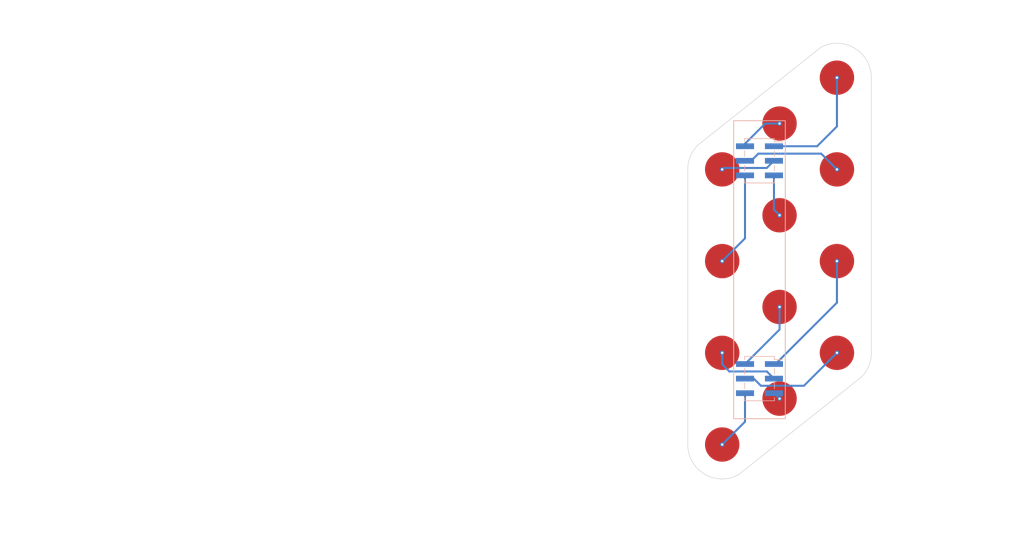
<source format=kicad_pcb>
(kicad_pcb (version 20211014) (generator pcbnew)
  (layers (0 "F.Cu" signal) (31 "B.Cu" signal) (34 "B.Paste" user) (35 "F.Paste" user) (36 "B.SilkS" user "B.Silkscreen") (37 "F.SilkS" user "F.Silkscreen") (38 "B.Mask" user) (39 "F.Mask" user) (44 "Edge.Cuts" user))
  (net 0 "")
  (net 1 "Net-(J1-Pad1)")
  (net 2 "Net-(J1-Pad2)")
  (net 3 "Net-(J1-Pad3)")
  (net 4 "Net-(J2-Pad1)")
  (net 5 "Net-(J2-Pad2)")
  (net 6 "Net-(J2-Pad3)")
  (net 7 "Net-(J2-Pad4)")
  (net 8 "Net-(J2-Pad5)")
  (net 9 "Net-(J2-Pad6)")
  (net 10 "Net-(J1-Pad4)")
  (net 11 "Net-(J1-Pad5)")
  (net 12 "Net-(J1-Pad6)")
  (footprint "Personnal_Library:rond_touch_zone" (layer "F.Cu") (at 79 57.5)
    (fp_text reference "T8" hide)
    (fp_text value "Conn_01x01_Male")
    (pad "1" smd circle (at 0 0) (size 6 6) (layers "F.Cu") (net 7 "Net-(J2-Pad4)"))
  )
  (footprint "Personnal_Library:rond_touch_zone" (layer "F.Cu") (at 79 41.5)
    (fp_text reference "T5" hide)
    (fp_text value "Conn_01x01_Male")
    (pad "1" smd circle (at 0 0) (size 6 6) (layers "F.Cu") (net 3 "Net-(J1-Pad3)"))
  )
  (footprint "Personnal_Library:rond_touch_zone" (layer "F.Cu") (at 89 33.5)
    (fp_text reference "T4" hide)
    (fp_text value "Conn_01x01_Male")
    (pad "1" smd circle (at 0 0) (size 6 6) (layers "F.Cu") (net 11 "Net-(J1-Pad5)"))
  )
  (footprint "Personnal_Library:rond_touch_zone" (layer "F.Cu") (at 89 65.5)
    (fp_text reference "T10" hide)
    (fp_text value "Conn_01x01_Male")
    (pad "1" smd circle (at 0 0) (size 6 6) (layers "F.Cu") (net 8 "Net-(J2-Pad5)"))
  )
  (footprint "Personnal_Library:rond_touch_zone" (layer "F.Cu") (at 79 25.5)
    (fp_text reference "T2" hide)
    (fp_text value "Conn_01x01_Male")
    (pad "1" smd circle (at 0 0) (size 6 6) (layers "F.Cu") (net 10 "Net-(J1-Pad4)"))
  )
  (footprint "Personnal_Library:rond_touch_zone" (layer "F.Cu") (at 69 65.5)
    (fp_text reference "T9" hide)
    (fp_text value "Conn_01x01_Male")
    (pad "1" smd circle (at 0 0) (size 6 6) (layers "F.Cu") (net 5 "Net-(J2-Pad2)"))
  )
  (footprint "Personnal_Library:rond_touch_zone" (layer "F.Cu") (at 79 73.5)
    (fp_text reference "T11" hide)
    (fp_text value "Conn_01x01_Male")
    (pad "1" smd circle (at 0 0) (size 6 6) (layers "F.Cu") (net 6 "Net-(J2-Pad3)"))
  )
  (footprint "Personnal_Library:rond_touch_zone" (layer "F.Cu") (at 69 33.5)
    (fp_text reference "T3" hide)
    (fp_text value "Conn_01x01_Male")
    (pad "1" smd circle (at 0 0) (size 6 6) (layers "F.Cu") (net 2 "Net-(J1-Pad2)"))
  )
  (footprint "Personnal_Library:rond_touch_zone" (layer "F.Cu") (at 69 49.5)
    (fp_text reference "T6" hide)
    (fp_text value "Conn_01x01_Male")
    (pad "1" smd circle (at 0 0) (size 6 6) (layers "F.Cu") (net 12 "Net-(J1-Pad6)"))
  )
  (footprint "Personnal_Library:rond_touch_zone" (layer "F.Cu") (at 88.999997 17.499999)
    (fp_text reference "T1" hide)
    (fp_text value "Conn_01x01_Male")
    (pad "1" smd circle (at 0 0) (size 6 6) (layers "F.Cu") (net 1 "Net-(J1-Pad1)"))
  )
  (footprint "Personnal_Library:rond_touch_zone" (layer "F.Cu") (at 89 49.5)
    (fp_text reference "T7" hide)
    (fp_text value "Conn_01x01_Male")
    (pad "1" smd circle (at 0 0) (size 6 6) (layers "F.Cu") (net 4 "Net-(J2-Pad1)"))
  )
  (footprint "Personnal_Library:rond_touch_zone" (layer "F.Cu") (at 69 81.5)
    (fp_text reference "T12" hide)
    (fp_text value "Conn_01x01_Male")
    (pad "1" smd circle (at 0 0) (size 6 6) (layers "F.Cu") (net 9 "Net-(J2-Pad6)"))
  )
  (footprint "Personnal_Library:PinHeader_2x03_P2.54mm_Vertical_SMD" (layer "B.Cu") (at 75.5 70 180)
    (fp_text reference "J2" hide)
    (fp_text value "Conn_02x03_Top_Bottom")
    (fp_line (start -2.6 -0.76) (end -2.6 -1.78) (layer "B.SilkS") (width 0.12))
    (fp_line (start -2.6 3.87) (end 2.6 3.87) (layer "B.SilkS") (width 0.12))
    (fp_line (start -4.04 3.3) (end -2.6 3.3) (layer "B.SilkS") (width 0.12))
    (fp_line (start 2.6 1.78) (end 2.6 0.76) (layer "B.SilkS") (width 0.12))
    (fp_line (start -2.6 -3.87) (end 2.6 -3.87) (layer "B.SilkS") (width 0.12))
    (fp_line (start -2.6 1.78) (end -2.6 0.76) (layer "B.SilkS") (width 0.12))
    (fp_line (start 2.6 3.87) (end 2.6 3.3) (layer "B.SilkS") (width 0.12))
    (fp_line (start -2.6 -3.3) (end -2.6 -3.87) (layer "B.SilkS") (width 0.12))
    (fp_line (start 2.6 -3.3) (end 2.6 -3.87) (layer "B.SilkS") (width 0.12))
    (fp_line (start 2.6 -0.76) (end 2.6 -1.78) (layer "B.SilkS") (width 0.12))
    (fp_line (start -2.6 3.87) (end -2.6 3.3) (layer "B.SilkS") (width 0.12))
    (pad "1" smd rect (at -2.525 2.54 180) (size 3.15 1) (layers "B.Cu" "B.Paste" "B.Mask") (net 4 "Net-(J2-Pad1)"))
    (pad "2" smd rect (at -2.525 0 180) (size 3.15 1) (layers "B.Cu" "B.Paste" "B.Mask") (net 5 "Net-(J2-Pad2)"))
    (pad "3" smd rect (at -2.525 -2.54 180) (size 3.15 1) (layers "B.Cu" "B.Paste" "B.Mask") (net 6 "Net-(J2-Pad3)"))
    (pad "4" smd rect (at 2.525 2.54 180) (size 3.15 1) (layers "B.Cu" "B.Paste" "B.Mask") (net 7 "Net-(J2-Pad4)"))
    (pad "5" smd rect (at 2.525 0 180) (size 3.15 1) (layers "B.Cu" "B.Paste" "B.Mask") (net 8 "Net-(J2-Pad5)"))
    (pad "6" smd rect (at 2.525 -2.54 180) (size 3.15 1) (layers "B.Cu" "B.Paste" "B.Mask") (net 9 "Net-(J2-Pad6)"))
  )
  (footprint "Personnal_Library:PinHeader_2x03_P2.54mm_Vertical_SMD" (layer "B.Cu") (at 75.5 32 180)
    (fp_text reference "J1" hide)
    (fp_text value "Conn_02x03_Top_Bottom")
    (fp_line (start 2.6 -3.3) (end 2.6 -3.87) (layer "B.SilkS") (width 0.12))
    (fp_line (start -2.6 -3.3) (end -2.6 -3.87) (layer "B.SilkS") (width 0.12))
    (fp_line (start 2.6 -0.76) (end 2.6 -1.78) (layer "B.SilkS") (width 0.12))
    (fp_line (start 2.6 1.78) (end 2.6 0.76) (layer "B.SilkS") (width 0.12))
    (fp_line (start 2.6 3.87) (end 2.6 3.3) (layer "B.SilkS") (width 0.12))
    (fp_line (start -4.04 3.3) (end -2.6 3.3) (layer "B.SilkS") (width 0.12))
    (fp_line (start -2.6 -3.87) (end 2.6 -3.87) (layer "B.SilkS") (width 0.12))
    (fp_line (start -2.6 -0.76) (end -2.6 -1.78) (layer "B.SilkS") (width 0.12))
    (fp_line (start -2.6 3.87) (end -2.6 3.3) (layer "B.SilkS") (width 0.12))
    (fp_line (start -2.6 3.87) (end 2.6 3.87) (layer "B.SilkS") (width 0.12))
    (fp_line (start -2.6 1.78) (end -2.6 0.76) (layer "B.SilkS") (width 0.12))
    (pad "1" smd rect (at -2.525 2.54 180) (size 3.15 1) (layers "B.Cu" "B.Paste" "B.Mask") (net 1 "Net-(J1-Pad1)"))
    (pad "2" smd rect (at -2.525 0 180) (size 3.15 1) (layers "B.Cu" "B.Paste" "B.Mask") (net 2 "Net-(J1-Pad2)"))
    (pad "3" smd rect (at -2.525 -2.54 180) (size 3.15 1) (layers "B.Cu" "B.Paste" "B.Mask") (net 3 "Net-(J1-Pad3)"))
    (pad "4" smd rect (at 2.525 2.54 180) (size 3.15 1) (layers "B.Cu" "B.Paste" "B.Mask") (net 10 "Net-(J1-Pad4)"))
    (pad "5" smd rect (at 2.525 0 180) (size 3.15 1) (layers "B.Cu" "B.Paste" "B.Mask") (net 11 "Net-(J1-Pad5)"))
    (pad "6" smd rect (at 2.525 -2.54 180) (size 3.15 1) (layers "B.Cu" "B.Paste" "B.Mask") (net 12 "Net-(J1-Pad6)"))
  )
  (gr_rect (start 71 25) (end 80 77) (layer "B.SilkS") (width 0.15) (fill none))
  (gr_line (start 63.000002 81.5) (end 63 33.5) (layer "Edge.Cuts") (width 0.1))
  (gr_arc (start 69 87.5) (mid 64.75736 85.74264) (end 63.000002 81.5) (layer "Edge.Cuts") (width 0.1))
  (gr_arc (start 88.999998 11.5) (mid 93.242638 13.25736) (end 94.999996 17.5) (layer "Edge.Cuts") (width 0.1))
  (gr_arc (start 86.199998 12.2) (mid 87.556911 11.677652) (end 88.999998 11.5) (layer "Edge.Cuts") (width 0.1))
  (gr_line (start 71.8 86.8) (end 93.242641 69.742641) (layer "Edge.Cuts") (width 0.1))
  (gr_line (start 86.199998 12.2) (end 64.757357 29.257359) (layer "Edge.Cuts") (width 0.1))
  (gr_arc (start 95 65.5) (mid 94.543277 67.796101) (end 93.242641 69.742641) (layer "Edge.Cuts") (width 0.1))
  (gr_line (start 95 65.5) (end 95 17.5) (layer "Edge.Cuts") (width 0.1))
  (gr_arc (start 71.8 86.8) (mid 70.443087 87.322348) (end 69 87.5) (layer "Edge.Cuts") (width 0.1))
  (gr_arc (start 62.999998 33.5) (mid 63.456721 31.203899) (end 64.757357 29.257359) (layer "Edge.Cuts") (width 0.1))
  (via (at 89 17.5) (size 0.8) (drill 0.4) (layers "F.Cu" "B.Cu") (net 1))
  (segment (start 89 26) (end 89 17.5) (width 0.35) (layer "B.Cu") (net 1))
  (segment (start 85.54 29.46) (end 89 26) (width 0.35) (layer "B.Cu") (net 1))
  (segment (start 78.025 29.46) (end 85.54 29.46) (width 0.35) (layer "B.Cu") (net 1))
  (via (at 69 33.5) (size 0.8) (drill 0.4) (layers "F.Cu" "B.Cu") (net 2))
  (segment (start 78.025 32) (end 76.775 33.25) (width 0.35) (layer "B.Cu") (net 2))
  (segment (start 69.25 33.25) (end 69 33.5) (width 0.35) (layer "B.Cu") (net 2))
  (segment (start 76.775 33.25) (end 69.25 33.25) (width 0.35) (layer "B.Cu") (net 2))
  (via (at 79 41.5) (size 0.8) (drill 0.4) (layers "F.Cu" "B.Cu") (net 3))
  (segment (start 78.025 34.54) (end 78.025 40.525) (width 0.35) (layer "B.Cu") (net 3))
  (segment (start 78.025 40.525) (end 79 41.5) (width 0.35) (layer "B.Cu") (net 3))
  (via (at 89 49.5) (size 0.8) (drill 0.4) (layers "F.Cu" "B.Cu") (net 4))
  (segment (start 78.29 67.46) (end 89 56.75) (width 0.35) (layer "B.Cu") (net 4))
  (segment (start 78.025 67.46) (end 78.29 67.46) (width 0.35) (layer "B.Cu") (net 4))
  (segment (start 89 56.75) (end 89 49.5) (width 0.35) (layer "B.Cu") (net 4))
  (via (at 69 65.5) (size 0.8) (drill 0.4) (layers "F.Cu" "B.Cu") (net 5))
  (segment (start 70.25 68.75) (end 69 67.5) (width 0.35) (layer "B.Cu") (net 5))
  (segment (start 69 67.5) (end 69 65.5) (width 0.35) (layer "B.Cu") (net 5))
  (segment (start 78.025 70) (end 76.775 68.75) (width 0.35) (layer "B.Cu") (net 5))
  (segment (start 76.775 68.75) (end 70.25 68.75) (width 0.35) (layer "B.Cu") (net 5))
  (via (at 79 73.5) (size 0.8) (drill 0.4) (layers "F.Cu" "B.Cu") (net 6))
  (segment (start 78.025 72.54) (end 78.04 72.54) (width 0.35) (layer "B.Cu") (net 6))
  (segment (start 78.04 72.54) (end 79 73.5) (width 0.35) (layer "B.Cu") (net 6))
  (via (at 79 57.5) (size 0.8) (drill 0.4) (layers "F.Cu" "B.Cu") (net 7))
  (segment (start 79 61.435) (end 79 57.5) (width 0.35) (layer "B.Cu") (net 7))
  (segment (start 72.975 67.46) (end 79 61.435) (width 0.35) (layer "B.Cu") (net 7))
  (via (at 89 65.5) (size 0.8) (drill 0.4) (layers "F.Cu" "B.Cu") (net 8))
  (segment (start 72.975 70) (end 74.5 70) (width 0.35) (layer "B.Cu") (net 8))
  (segment (start 75.75 71.25) (end 83.25 71.25) (width 0.35) (layer "B.Cu") (net 8))
  (segment (start 74.5 70) (end 75.75 71.25) (width 0.35) (layer "B.Cu") (net 8))
  (segment (start 83.25 71.25) (end 89 65.5) (width 0.35) (layer "B.Cu") (net 8))
  (via (at 69 81.5) (size 0.8) (drill 0.4) (layers "F.Cu" "B.Cu") (net 9))
  (segment (start 72.975 72.54) (end 72.975 77.525) (width 0.35) (layer "B.Cu") (net 9))
  (segment (start 72.975 77.525) (end 69 81.5) (width 0.35) (layer "B.Cu") (net 9))
  (via (at 79 25.5) (size 0.8) (drill 0.4) (layers "F.Cu" "B.Cu") (net 10))
  (segment (start 76.5 25.5) (end 79 25.5) (width 0.35) (layer "B.Cu") (net 10))
  (segment (start 72.975 29.46) (end 72.975 29.025) (width 0.35) (layer "B.Cu") (net 10))
  (segment (start 72.975 29.025) (end 76.5 25.5) (width 0.35) (layer "B.Cu") (net 10))
  (via (at 89 33.5) (size 0.8) (drill 0.4) (layers "F.Cu" "B.Cu") (net 11))
  (segment (start 74.05 32) (end 75.3 30.75) (width 0.35) (layer "B.Cu") (net 11))
  (segment (start 75.3 30.75) (end 86.25 30.75) (width 0.35) (layer "B.Cu") (net 11))
  (segment (start 72.975 32) (end 74.05 32) (width 0.35) (layer "B.Cu") (net 11))
  (segment (start 86.25 30.75) (end 89 33.5) (width 0.35) (layer "B.Cu") (net 11))
  (via (at 69 49.5) (size 0.8) (drill 0.4) (layers "F.Cu" "B.Cu") (net 12))
  (segment (start 72.975 34.54) (end 72.975 45.525) (width 0.35) (layer "B.Cu") (net 12))
  (segment (start 72.975 45.525) (end 69 49.5) (width 0.35) (layer "B.Cu") (net 12))
)
</source>
